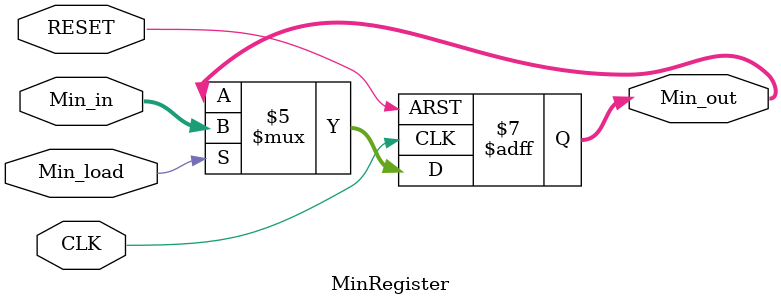
<source format=v>
`timescale 1ns / 1ps
module MinRegister(
	input [7:0] Min_in,
   input CLK,
   input RESET,
   input Min_load,
   output reg [7:0] Min_out
    );
	always @(posedge CLK or negedge RESET) begin
		if(RESET == 0)
			Min_out = 127;
		else if(Min_load == 1)
			Min_out = Min_in;
	 end

endmodule

</source>
